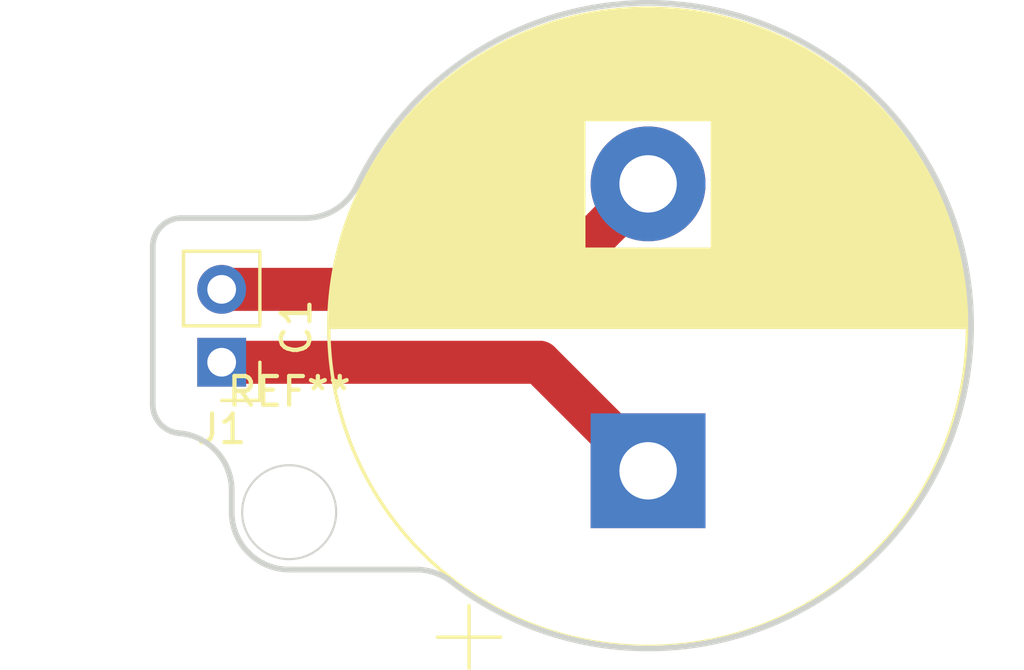
<source format=kicad_pcb>
(kicad_pcb (version 20211014) (generator pcbnew)
  (layers (0 "F.Cu" signal) (31 "B.Cu" signal) (34 "B.Paste" user) (35 "F.Paste" user) (36 "B.SilkS" user "B.Silkscreen") (37 "F.SilkS" user "F.Silkscreen") (38 "B.Mask" user) (39 "F.Mask" user) (44 "Edge.Cuts" user))
  (net 0 "")
  (net 1 "Net-(C1-Pad1)")
  (net 2 "Net-(C1-Pad2)")
  (footprint "Connector_PinHeader_2.54mm:PinHeader_1x02_P2.54mm_Vertical" (layer "F.Cu") (at 162.4 121.275 180)
    (fp_text reference "J1" (at 0 -2.33) (layer "F.SilkS"))
    (fp_text value "Conn_01x02_Female")
    (fp_line (start -1.33 3.87) (end 1.33 3.87) (layer "F.SilkS") (width 0.12))
    (fp_line (start 1.33 1.27) (end 1.33 3.87) (layer "F.SilkS") (width 0.12))
    (fp_line (start -1.33 -1.33) (end 0 -1.33) (layer "F.SilkS") (width 0.12))
    (fp_line (start -1.33 1.27) (end -1.33 3.87) (layer "F.SilkS") (width 0.12))
    (fp_line (start -1.33 1.27) (end 1.33 1.27) (layer "F.SilkS") (width 0.12))
    (fp_line (start -1.33 0) (end -1.33 -1.33) (layer "F.SilkS") (width 0.12))
    (pad "1" thru_hole rect (at 0 0 180) (size 1.7 1.7) (drill 1) (layers *.Cu *.Mask) (net 1 "Net-(C1-Pad1)"))
    (pad "2" thru_hole oval (at 0 2.54 180) (size 1.7 1.7) (drill 1) (layers *.Cu *.Mask) (net 2 "Net-(C1-Pad2)"))
  )
  (footprint "MountingHole:MountingHole_3.2mm_M3" (layer "F.Cu") (at 164.75 126.5)
    (fp_text reference "REF**" (at 0 -4.2) (layer "F.SilkS"))
    (fp_text value "MountingHole_3.2mm_M3")
    (pad "" np_thru_hole circle (at 0 0) (size 3.2 3.2) (drill 3.2) (layers *.Cu *.Mask))
  )
  (footprint "Capacitor_THT:CP_Radial_D22.0mm_P10.00mm_SnapIn" (layer "F.Cu") (at 177.25 125.057832 90)
    (fp_text reference "C1" (at 5 -12.25 90) (layer "F.SilkS"))
    (fp_text value "C")
    (fp_line (start 16.04 -1.292) (end 16.04 1.292) (layer "F.SilkS") (width 0.12))
    (fp_line (start 6.241 -11.011) (end 6.241 11.011) (layer "F.SilkS") (width 0.12))
    (fp_line (start 10.681 2.24) (end 10.681 9.52) (layer "F.SilkS") (width 0.12))
    (fp_line (start 6.201 -11.016) (end 6.201 11.016) (layer "F.SilkS") (width 0.12))
    (fp_line (start 11.801 2.24) (end 11.801 8.759) (layer "F.SilkS") (width 0.12))
    (fp_line (start 15.32 -4.102) (end 15.32 4.102) (layer "F.SilkS") (width 0.12))
    (fp_line (start 10.121 2.24) (end 10.121 9.832) (layer "F.SilkS") (width 0.12))
    (fp_line (start 10.881 2.24) (end 10.881 9.399) (layer "F.SilkS") (width 0.12))
    (fp_line (start 10.361 2.24) (end 10.361 9.703) (layer "F.SilkS") (width 0.12))
    (fp_line (start 7.921 -10.69) (end 7.921 -2.24) (layer "F.SilkS") (width 0.12))
    (fp_line (start 15.04 -4.741) (end 15.04 4.741) (layer "F.SilkS") (width 0.12))
    (fp_line (start 8.481 2.24) (end 8.481 10.522) (layer "F.SilkS") (width 0.12))
    (fp_line (start 8.281 2.24) (end 8.281 10.586) (layer "F.SilkS") (width 0.12))
    (fp_line (start 10.961 -9.348) (end 10.961 -2.24) (layer "F.SilkS") (width 0.12))
    (fp_line (start 8.001 2.24) (end 8.001 10.668) (layer "F.SilkS") (width 0.12))
    (fp_line (start 11.241 2.24) (end 11.241 9.165) (layer "F.SilkS") (width 0.12))
    (fp_line (start 8.881 2.24) (end 8.881 10.382) (layer "F.SilkS") (width 0.12))
    (fp_line (start 11.001 2.24) (end 11.001 9.323) (layer "F.SilkS") (width 0.12))
    (fp_line (start 8.801 2.24) (end 8.801 10.411) (layer "F.SilkS") (width 0.12))
    (fp_line (start 13.32 -7.338) (end 13.32 7.338) (layer "F.SilkS") (width 0.12))
    (fp_line (start 12.921 -7.766) (end 12.921 7.766) (layer "F.SilkS") (width 0.12))
    (fp_line (start 10.281 -9.747) (end 10.281 -2.24) (layer "F.SilkS") (width 0.12))
    (fp_line (start 14.68 -5.433) (end 14.68 5.433) (layer "F.SilkS") (width 0.12))
    (fp_line (start 15.16 -4.48) (end 15.16 4.48) (layer "F.SilkS") (width 0.12))
    (fp_line (start 11.401 2.24) (end 11.401 9.054) (layer "F.SilkS") (width 0.12))
    (fp_line (start 5.12 -11.08) (end 5.12 11.08) (layer "F.SilkS") (width 0.12))
    (fp_line (start 6.121 -11.024) (end 6.121 11.024) (layer "F.SilkS") (width 0.12))
    (fp_line (start 9.401 -10.173) (end 9.401 -2.24) (layer "F.SilkS") (width 0.12))
    (fp_line (start 14.96 -4.905) (end 14.96 4.905) (layer "F.SilkS") (width 0.12))
    (fp_line (start 5.64 -11.062) (end 5.64 11.062) (layer "F.SilkS") (width 0.12))
    (fp_line (start 12.401 -8.261) (end 12.401 8.261) (layer "F.SilkS") (width 0.12))
    (fp_line (start 14.04 -6.436) (end 14.04 6.436) (layer "F.SilkS") (width 0.12))
    (fp_line (start 5.36 -11.075) (end 5.36 11.075) (layer "F.SilkS") (width 0.12))
    (fp_line (start 7.561 -10.782) (end 7.561 10.782) (layer "F.SilkS") (width 0.12))
    (fp_line (start 9.801 -9.991) (end 9.801 -2.24) (layer "F.SilkS") (width 0.12))
    (fp_line (start 11.001 -9.323) (end 11.001 -2.24) (layer "F.SilkS") (width 0.12))
    (fp_line (start 6.961 -10.906) (end 6.961 10.906) (layer "F.SilkS") (width 0.12))
    (fp_line (start 8.121 -10.634) (end 8.121 -2.24) (layer "F.SilkS") (width 0.12))
    (fp_line (start 8.041 -10.657) (end 8.041 -2.24) (layer "F.SilkS") (width 0.12))
    (fp_line (start 13.081 -7.6) (end 13.081 7.6) (layer "F.SilkS") (width 0.12))
    (fp_line (start 10.561 -9.591) (end 10.561 -2.24) (layer "F.SilkS") (width 0.12))
    (fp_line (start 10.321 2.24) (end 10.321 9.725) (layer "F.SilkS") (width 0.12))
    (fp_line (start 8.721 2.24) (end 8.721 10.44) (layer "F.SilkS") (width 0.12))
    (fp_line (start 9.401 2.24) (end 9.401 10.173) (layer "F.SilkS") (width 0.12))
    (fp_line (start 6.001 -11.035) (end 6.001 11.035) (layer "F.SilkS") (width 0.12))
    (fp_line (start 13.24 -7.428) (end 13.24 7.428) (layer "F.SilkS") (width 0.12))
    (fp_line (start 10.281 2.24) (end 10.281 9.747) (layer "F.SilkS") (width 0.12))
    (fp_line (start 5.921 -11.042) (end 5.921 11.042) (layer "F.SilkS") (width 0.12))
    (fp_line (start 5.961 -11.039) (end 5.961 11.039) (layer "F.SilkS") (width 0.12))
    (fp_line (start 10.361 -9.703) (end 10.361 -2.24) (layer "F.SilkS") (width 0.12))
    (fp_line (start 10.761 -9.472) (end 10.761 -2.24) (layer "F.SilkS") (width 0.12))
    (fp_line (start 9.921 2.24) (end 9.921 9.933) (layer "F.SilkS") (width 0.12))
    (fp_line (start 9.121 -10.289) (end 9.121 -2.24) (layer "F.SilkS") (width 0.12))
    (fp_line (start 13.161 -7.515) (end 13.161 7.515) (layer "F.SilkS") (width 0.12))
    (fp_line (start 11.881 2.24) (end 11.881 8.697) (layer "F.SilkS") (width 0.12))
    (fp_line (start 11.881 -8.697) (end 11.881 -2.24) (layer "F.SilkS") (width 0.12))
    (fp_line (start 11.561 2.24) (end 11.561 8.939) (layer "F.SilkS") (width 0.12))
    (fp_line (start 14.88 -5.063) (end 14.88 5.063) (layer "F.SilkS") (width 0.12))
    (fp_line (start 15.68 -3.058) (end 15.68 3.058) (layer "F.SilkS") (width 0.12))
    (fp_line (start 10.441 -9.659) (end 10.441 -2.24) (layer "F.SilkS") (width 0.12))
    (fp_line (start 10.121 -9.832) (end 10.121 -2.24) (layer "F.SilkS") (width 0.12))
    (fp_line (start 9.121 2.24) (end 9.121 10.289) (layer "F.SilkS") (width 0.12))
    (fp_line (start 10.081 -9.852) (end 10.081 -2.24) (layer "F.SilkS") (width 0.12))
    (fp_line (start 7.961 2.24) (end 7.961 10.679) (layer "F.SilkS") (width 0.12))
    (fp_line (start 12.161 2.24) (end 12.161 8.469) (layer "F.SilkS") (width 0.12))
    (fp_line (start 11.521 -8.968) (end 11.521 -2.24) (layer "F.SilkS") (width 0.12))
    (fp_line (start 9.361 -10.19) (end 9.361 -2.24) (layer "F.SilkS") (width 0.12))
    (fp_line (start 11.681 -8.85) (end 11.681 -2.24) (layer "F.SilkS") (width 0.12))
    (fp_line (start 9.841 2.24) (end 9.841 9.972) (layer "F.SilkS") (width 0.12))
    (fp_line (start 11.721 2.24) (end 11.721 8.82) (layer "F.SilkS") (width 0.12))
    (fp_line (start 11.641 2.24) (end 11.641 8.88) (layer "F.SilkS") (width 0.12))
    (fp_line (start 9.881 2.24) (end 9.881 9.952) (layer "F.SilkS") (width 0.12))
    (fp_line (start 8.961 2.24) (end 8.961 10.351) (layer "F.SilkS") (width 0.12))
    (fp_line (start 16.12 -0.04) (end 16.12 0.04) (layer "F.SilkS") (width 0.12))
    (fp_line (start 12.801 -7.886) (end 12.801 7.886) (layer "F.SilkS") (width 0.12))
    (fp_line (start 11.401 -9.054) (end 11.401 -2.24) (layer "F.SilkS") (width 0.12))
    (fp_line (start 7.481 -10.8) (end 7.481 10.8) (layer "F.SilkS") (width 0.12))
    (fp_line (start 9.521 2.24) (end 9.521 10.12) (layer "F.SilkS") (width 0.12))
    (fp_line (start 8.201 -10.61) (end 8.201 -2.24) (layer "F.SilkS") (width 0.12))
    (fp_line (start 12.361 -8.296) (end 12.361 8.296) (layer "F.SilkS") (width 0.12))
    (fp_line (start 14.92 -4.985) (end 14.92 4.985) (layer "F.SilkS") (width 0.12))
    (fp_line (start 10.201 2.24) (end 10.201 9.79) (layer "F.SilkS") (width 0.12))
    (fp_line (start 6.841 -10.927) (end 6.841 10.927) (layer "F.SilkS") (width 0.12))
    (fp_line (start 15.28 -4.2) (end 15.28 4.2) (layer "F.SilkS") (width 0.12))
    (fp_line (start 11.121 -9.245) (end 11.121 -2.24) (layer "F.SilkS") (width 0.12))
    (fp_line (start 9.441 2.24) (end 9.441 10.156) (layer "F.SilkS") (width 0.12))
    (fp_line (start 8.121 2.24) (end 8.121 10.634) (layer "F.SilkS") (width 0.12))
    (fp_line (start 7.761 -10.733) (end 7.761 -2.24) (layer "F.SilkS") (width 0.12))
    (fp_line (start 8.961 -10.351) (end 8.961 -2.24) (layer "F.SilkS") (width 0.12))
    (fp_line (start 7.161 -10.869) (end 7.161 10.869) (layer "F.SilkS") (width 0.12))
    (fp_line (start 5.801 -11.052) (end 5.801 11.052) (layer "F.SilkS") (width 0.12))
    (fp_line (start 11.481 2.24) (end 11.481 8.997) (layer "F.SilkS") (width 0.12))
    (fp_line (start 11.601 -8.91) (end 11.601 -2.24) (layer "F.SilkS") (width 0.12))
    (fp_line (start 10.241 -9.768) (end 10.241 -2.24) (layer "F.SilkS") (width 0.12))
    (fp_line (start 9.641 2.24) (end 9.641 10.066) (layer "F.SilkS") (width 0.12))
    (fp_line (start 8.321 2.24) (end 8.321 10.573) (layer "F.SilkS") (width 0.12))
    (fp_line (start 7.401 -10.818) (end 7.401 10.818) (layer "F.SilkS") (width 0.12))
    (fp_line (start 13.2 -7.471) (end 13.2 7.471) (layer "F.SilkS") (width 0.12))
    (fp_line (start 5.24 -11.078) (end 5.24 11.078) (layer "F.SilkS") (width 0.12))
    (fp_line (start 12.481 -8.189) (end 12.481 8.189) (layer "F.SilkS") (width 0.12))
    (fp_line (start 13.68 -6.911) (end 13.68 6.911) (layer "F.SilkS") (width 0.12))
    (fp_line (start 11.081 2.24) (end 11.081 9.271) (layer "F.SilkS") (width 0.12))
    (fp_line (start 11.281 -9.137) (end 11.281 -2.24) (layer "F.SilkS") (width 0.12))
    (fp_line (start 13.48 -7.154) (end 13.48 7.154) (layer "F.SilkS") (width 0.12))
    (fp_line (start 11.761 2.24) (end 11.761 8.79) (layer "F.SilkS") (width 0.12))
    (fp_line (start 15.6 -3.321) (end 15.6 3.321) (layer "F.SilkS") (width 0.12))
    (fp_line (start 11.241 -9.165) (end 11.241 -2.24) (layer "F.SilkS") (width 0.12))
    (fp_line (start 15.24 -4.296) (end 15.24 4.296) (layer "F.SilkS") (width 0.12))
    (fp_line (start 13.72 -6.861) (end 13.72 6.861) (layer "F.SilkS") (width 0.12))
    (fp_line (start 9.601 2.24) (end 9.601 10.084) (layer "F.SilkS") (width 0.12))
    (fp_line (start 14.6 -5.572) (end 14.6 5.572) (layer "F.SilkS") (width 0.12))
    (fp_line (start 6.721 -10.947) (end 6.721 10.947) (layer "F.SilkS") (width 0.12))
    (fp_line (start 8.801 -10.411) (end 8.801 -2.24) (layer "F.SilkS") (width 0.12))
    (fp_line (start 14.08 -6.38) (end 14.08 6.38) (layer "F.SilkS") (width 0.12))
    (fp_line (start 9.601 -10.084) (end 9.601 -2.24) (layer "F.SilkS") (width 0.12))
    (fp_line (start 11.641 -8.88) (end 11.641 -2.24) (layer "F.SilkS") (width 0.12))
    (fp_line (start 14.44 -5.838) (end 14.44 5.838) (layer "F.SilkS") (width 0.12))
    (fp_line (start 10.481 2.24) (end 10.481 9.636) (layer "F.SilkS") (width 0.12))
    (fp_line (start 11.521 2.24) (end 11.521 8.968) (layer "F.SilkS") (width 0.12))
    (fp_line (start 7.841 2.24) (end 7.841 10.712) (layer "F.SilkS") (width 0.12))
    (fp_line (start 10.801 2.24) (end 10.801 9.448) (layer "F.SilkS") (width 0.12))
    (fp_line (start 6.481 -10.982) (end 6.481 10.982) (layer "F.SilkS") (width 0.12))
    (fp_line (start 11.041 2.24) (end 11.041 9.297) (layer "F.SilkS") (width 0.12))
    (fp_line (start 7.801 -10.722) (end 7.801 -2.24) (layer "F.SilkS") (width 0.12))
    (fp_line (start 10.001 2.24) (end 10.001 9.893) (layer "F.SilkS") (width 0.12))
    (fp_line (start 12.961 -7.725) (end 12.961 7.725) (layer "F.SilkS") (width 0.12))
    (fp_line (start 7.641 -10.763) (end 7.641 10.763) (layer "F.SilkS") (width 0.12))
    (fp_line (start 12.441 -8.225) (end 12.441 8.225) (layer "F.SilkS") (width 0.12))
    (fp_line (start 7.681 -10.753) (end 7.681 10.753) (layer "F.SilkS") (width 0.12))
    (fp_line (start 6.441 -10.987) (end 6.441 10.987) (layer "F.SilkS") (width 0.12))
    (fp_line (start 11.361 2.24) (end 11.361 9.082) (layer "F.SilkS") (width 0.12))
    (fp_line (start 6.321 -11.002) (end 6.321 11.002) (layer "F.SilkS") (width 0.12))
    (fp_line (start 10.081 2.24) (end 10.081 9.852) (layer "F.SilkS") (width 0.12))
    (fp_line (start 9.641 -10.066) (end 9.641 -2.24) (layer "F.SilkS") (width 0.12))
    (fp_line (start 14.24 -6.147) (end 14.24 6.147) (layer "F.SilkS") (width 0.12))
    (fp_line (start 15.2 -4.389) (end 15.2 4.389) (layer "F.SilkS") (width 0.12))
    (fp_line (start 15.36 -4.001) (end 15.36 4.001) (layer "F.SilkS") (width 0.12))
    (fp_line (start 14.84 -5.14) (end 14.84 5.14) (layer "F.SilkS") (width 0.12))
    (fp_line (start 9.081 2.24) (end 9.081 10.305) (layer "F.SilkS") (width 0.12))
    (fp_line (start 14.8 -5.215) (end 14.8 5.215) (layer "F.SilkS") (width 0.12))
    (fp_line (start 15.8 -2.609) (end 15.8 2.609) (layer "F.SilkS") (width 0.12))
    (fp_line (start 12.321 -8.331) (end 12.321 8.331) (layer "F.SilkS") (width 0.12))
    (fp_line (start 9.961 2.24) (end 9.961 9.913) (layer "F.SilkS") (width 0.12))
    (fp_line (start 10.881 -9.399) (end 10.881 -2.24) (layer "F.SilkS") (width 0.12))
    (fp_line (start -6.899337 -6.235) (end -4.699337 -6.235) (layer "F.SilkS") (width 0.12))
    (fp_line (start 15.92 -2.06) (end 15.92 2.06) (layer "F.SilkS") (width 0.12))
    (fp_line (start 5 -11.081) (end 5 11.081) (layer "F.SilkS") (width 0.12))
    (fp_line (start 6.561 -10.971) (end 6.561 10.971) (layer "F.SilkS") (width 0.12))
    (fp_line (start 10.041 2.24) (end 10.041 9.873) (layer "F.SilkS") (width 0.12))
    (fp_line (start 7.801 2.24) (end 7.801 10.722) (layer "F.SilkS") (width 0.12))
    (fp_line (start 9.441 -10.156) (end 9.441 -2.24) (layer "F.SilkS") (width 0.12))
    (fp_line (start 9.001 -10.336) (end 9.001 -2.24) (layer "F.SilkS") (width 0.12))
    (fp_line (start 5.56 -11.066) (end 5.56 11.066) (layer "F.SilkS") (width 0.12))
    (fp_line (start 15.08 -4.656) (end 15.08 4.656) (layer "F.SilkS") (width 0.12))
    (fp_line (start 10.641 -9.544) (end 10.641 -2.24) (layer "F.SilkS") (width 0.12))
    (fp_line (start 7.081 -10.884) (end 7.081 10.884) (layer "F.SilkS") (width 0.12))
    (fp_line (start 7.961 -10.679) (end 7.961 -2.24) (layer "F.SilkS") (width 0.12))
    (fp_line (start 7.321 -10.836) (end 7.321 10.836) (layer "F.SilkS") (width 0.12))
    (fp_line (start 6.281 -11.007) (end 6.281 11.007) (layer "F.SilkS") (width 0.12))
    (fp_line (start 10.401 -9.681) (end 10.401 -2.24) (layer "F.SilkS") (width 0.12))
    (fp_line (start 15.88 -2.258) (end 15.88 2.258) (layer "F.SilkS") (width 0.12))
    (fp_line (start 8.401 -10.548) (end 8.401 -2.24) (layer "F.SilkS") (width 0.12))
    (fp_line (start 7.201 -10.861) (end 7.201 10.861) (layer "F.SilkS") (width 0.12))
    (fp_line (start 6.601 -10.965) (end 6.601 10.965) (layer "F.SilkS") (width 0.12))
    (fp_line (start 8.281 -10.586) (end 8.281 -2.24) (layer "F.SilkS") (width 0.12))
    (fp_line (start 12.241 -8.401) (end 12.241 8.401) (layer "F.SilkS") (width 0.12))
    (fp_line (start 5.841 -11.049) (end 5.841 11.049) (layer "F.SilkS") (width 0.12))
    (fp_line (start 8.041 2.24) (end 8.041 10.657) (layer "F.SilkS") (width 0.12))
    (fp_line (start 8.481 -10.522) (end 8.481 -2.24) (layer "F.SilkS") (width 0.12))
    (fp_line (start 9.481 -10.138) (end 9.481 -2.24) (layer "F.SilkS") (width 0.12))
    (fp_line (start 14.2 -6.207) (end 14.2 6.207) (layer "F.SilkS") (width 0.12))
    (fp_line (start 9.241 -10.24) (end 9.241 -2.24) (layer "F.SilkS") (width 0.12))
    (fp_line (start 8.681 2.24) (end 8.681 10.454) (layer "F.SilkS") (width 0.12))
    (fp_line (start 10.481 -9.636) (end 10.481 -2.24) (layer "F.SilkS") (width 0.12))
    (fp_line (start 11.441 2.24) (end 11.441 9.026) (layer "F.SilkS") (width 0.12))
    (fp_line (start 13.4 -7.247) (end 13.4 7.247) (layer "F.SilkS") (width 0.12))
    (fp_line (start 5.721 -11.057) (end 5.721 11.057) (layer "F.SilkS") (width 0.12))
    (fp_line (start 16.08 -0.903) (end 16.08 0.903) (layer "F.SilkS") (width 0.12))
    (fp_line (start 14.52 -5.707) (end 14.52 5.707) (layer "F.SilkS") (width 0.12))
    (fp_line (start 8.441 -10.535) (end 8.441 -2.24) (layer "F.SilkS") (width 0.12))
    (fp_line (start 10.921 2.24) (end 10.921 9.374) (layer "F.SilkS") (width 0.12))
    (fp_line (start 10.161 -9.811) (end 10.161 -2.24) (layer "F.SilkS") (width 0.12))
    (fp_line (start 11.561 -8.939) (end 11.561 -2.24) (layer "F.SilkS") (width 0.12))
    (fp_line (start 9.321 2.24) (end 9.321 10.207) (layer "F.SilkS") (width 0.12))
    (fp_line (start 7.001 -10.899) (end 7.001 10.899) (layer "F.SilkS") (width 0.12))
    (fp_line (start 12.281 -8.366) (end 12.281 8.366) (layer "F.SilkS") (width 0.12))
    (fp_line (start 11.281 2.24) (end 11.281 9.137) (layer "F.SilkS") (width 0.12))
    (fp_line (start 5.761 -11.054) (end 5.761 11.054) (layer "F.SilkS") (width 0.12))
    (fp_line (start 11.601 2.24) (end 11.601 8.91) (layer "F.SilkS") (width 0.12))
    (fp_line (start 8.601 -10.482) (end 8.601 -2.24) (layer "F.SilkS") (width 0.12))
    (fp_line (start 8.161 -10.622) (end 8.161 -2.24) (layer "F.SilkS") (width 0.12))
    (fp_line (start 10.401 2.24) (end 10.401 9.681) (layer "F.SilkS") (width 0.12))
    (fp_line (start 5.6 -11.064) (end 5.6 11.064) (layer "F.SilkS") (width 0.12))
    (fp_line (start 9.561 -10.103) (end 9.561 -2.24) (layer "F.SilkS") (width 0.12))
    (fp_line (start 8.841 -10.396) (end 8.841 -2.24) (layer "F.SilkS") (width 0.12))
    (fp_line (start 7.601 -10.772) (end 7.601 10.772) (layer "F.SilkS") (width 0.12))
    (fp_line (start 12.041 2.24) (end 12.041 8.568) (layer "F.SilkS") (width 0.12))
    (fp_line (start 7.881 2.24) (end 7.881 10.701) (layer "F.SilkS") (width 0.12))
    (fp_line (start 5.16 -11.079) (end 5.16 11.079) (layer "F.SilkS") (width 0.12))
    (fp_line (start 8.921 2.24) (end 8.921 10.367) (layer "F.SilkS") (width 0.12))
    (fp_line (start 13.8 -6.759) (end 13.8 6.759) (layer "F.SilkS") (width 0.12))
    (fp_line (start 8.521 2.24) (end 8.521 10.509) (layer "F.SilkS") (width 0.12))
    (fp_line (start 9.521 -10.12) (end 9.521 -2.24) (layer "F.SilkS") (width 0.12))
    (fp_line (start 14.28 -6.087) (end 14.28 6.087) (layer "F.SilkS") (width 0.12))
    (fp_line (start 12.161 -8.469) (end 12.161 -2.24) (layer "F.SilkS") (width 0.12))
    (fp_line (start 11.161 2.24) (end 11.161 9.218) (layer "F.SilkS") (width 0.12))
    (fp_line (start 12.521 -8.152) (end 12.521 8.152) (layer "F.SilkS") (width 0.12))
    (fp_line (start 14.32 -6.026) (end 14.32 6.026) (layer "F.SilkS") (width 0.12))
    (fp_line (start 8.881 -10.382) (end 8.881 -2.24) (layer "F.SilkS") (width 0.12))
    (fp_line (start 12.001 2.24) (end 12.001 8.601) (layer "F.SilkS") (width 0.12))
    (fp_line (start 8.721 -10.44) (end 8.721 -2.24) (layer "F.SilkS") (width 0.12))
    (fp_line (start 8.161 2.24) (end 8.161 10.622) (layer "F.SilkS") (width 0.12))
    (fp_line (start 15.12 -4.569) (end 15.12 4.569) (layer "F.SilkS") (width 0.12))
    (fp_line (start 11.321 2.24) (end 11.321 9.11) (layer "F.SilkS") (width 0.12))
    (fp_line (start 5.04 -11.08) (end 5.04 11.08) (layer "F.SilkS") (width 0.12))
    (fp_line (start 9.161 -10.273) (end 9.161 -2.24) (layer "F.SilkS") (width 0.12))
    (fp_line (start 8.441 2.24) (end 8.441 10.535) (layer "F.SilkS") (width 0.12))
    (fp_line (start 9.801 2.24) (end 9.801 9.991) (layer "F.SilkS") (width 0.12))
    (fp_line (start 14.16 -6.265) (end 14.16 6.265) (layer "F.SilkS") (width 0.12))
    (fp_line (start 7.761 2.24) (end 7.761 10.733) (layer "F.SilkS") (width 0.12))
    (fp_line (start 12.881 -7.807) (end 12.881 7.807) (layer "F.SilkS") (width 0.12))
    (fp_line (start 13.36 -7.293) (end 13.36 7.293) (layer "F.SilkS") (width 0.12))
    (fp_line (start 7.841 -10.712) (end 7.841 -2.24) (layer "F.SilkS") (width 0.12))
    (fp_line (start 7.881 -10.701) (end 7.881 -2.24) (layer "F.SilkS") (width 0.12))
    (fp_line (start 14.72 -5.362) (end 14.72 5.362) (layer "F.SilkS") (width 0.12))
    (fp_line (start 15.52 -3.564) (end 15.52 3.564) (layer "F.SilkS") (width 0.12))
    (fp_line (start 9.281 2.24) (end 9.281 10.224) (layer "F.SilkS") (width 0.12))
    (fp_line (start 15.72 -2.916) (end 15.72 2.916) (layer "F.SilkS") (width 0.12))
    (fp_line (start 13.56 -7.058) (end 13.56 7.058) (layer "F.SilkS") (width 0.12))
    (fp_line (start 14.48 -5.773) (end 14.48 5.773) (layer "F.SilkS") (width 0.12))
    (fp_line (start 11.121 2.24) (end 11.121 9.245) (layer "F.SilkS") (width 0.12))
    (fp_line (start 11.441 -9.026) (end 11.441 -2.24) (layer "F.SilkS") (width 0.12))
    (fp_line (start 7.921 2.24) (end 7.921 10.69) (layer "F.SilkS") (width 0.12))
    (fp_line (start 7.281 -10.844) (end 7.281 10.844) (layer "F.SilkS") (width 0.12))
    (fp_line (start 15.56 -3.445) (end 15.56 3.445) (layer "F.SilkS") (width 0.12))
    (fp_line (start 11.081 -9.271) (end 11.081 -2.24) (layer "F.SilkS") (width 0.12))
    (fp_line (start 9.761 -10.01) (end 9.761 -2.24) (layer "F.SilkS") (width 0.12))
    (fp_line (start 12.721 -7.964) (end 12.721 7.964) (layer "F.SilkS") (width 0.12))
    (fp_line (start 14.56 -5.64) (end 14.56 5.64) (layer "F.SilkS") (width 0.12))
    (fp_line (start 10.201 -9.79) (end 10.201 -2.24) (layer "F.SilkS") (width 0.12))
    (fp_line (start 15.4 -3.897) (end 15.4 3.897) (layer "F.SilkS") (width 0.12))
    (fp_line (start 15.76 -2.767) (end 15.76 2.767) (layer "F.SilkS") (width 0.12))
    (fp_line (start 12.121 2.24) (end 12.121 8.502) (layer "F.SilkS") (width 0.12))
    (fp_line (start 10.961 2.24) (end 10.961 9.348) (layer "F.SilkS") (width 0.12))
    (fp_line (start 5.52 -11.068) (end 5.52 11.068) (layer "F.SilkS") (width 0.12))
    (fp_line (start 9.041 2.24) (end 9.041 10.321) (layer "F.SilkS") (width 0.12))
    (fp_line (start 12.641 -8.04) (end 12.641 8.04) (layer "F.SilkS") (width 0.12))
    (fp_line (start 13.92 -6.6) (end 13.92 6.6) (layer "F.SilkS") (width 0.12))
    (fp_line (start 11.961 2.24) (end 11.961 8.633) (layer "F.SilkS") (width 0.12))
    (fp_line (start 12.201 2.24) (end 12.201 8.435) (layer "F.SilkS") (width 0.12))
    (fp_line (start 11.961 -8.633) (end 11.961 -2.24) (layer "F.SilkS") (width 0.12))
    (fp_line (start 10.721 2.24) (end 10.721 9.497) (layer "F.SilkS") (width 0.12))
    (fp_line (start 8.081 -10.645) (end 8.081 -2.24) (layer "F.SilkS") (width 0.12))
    (fp_line (start 9.201 -10.257) (end 9.201 -2.24) (layer "F.SilkS") (width 0.12))
    (fp_line (start 15.44 -3.789) (end 15.44 3.789) (layer "F.SilkS") (width 0.12))
    (fp_line (start 10.041 -9.873) (end 10.041 -2.24) (layer "F.SilkS") (width 0.12))
    (fp_line (start 11.321 -9.11) (end 11.321 -2.24) (layer "F.SilkS") (width 0.12))
    (fp_line (start 6.921 -10.913) (end 6.921 10.913) (layer "F.SilkS") (width 0.12))
    (fp_line (start 15.84 -2.44) (end 15.84 2.44) (layer "F.SilkS") (width 0.12))
    (fp_line (start 10.241 2.24) (end 10.241 9.768) (layer "F.SilkS") (width 0.12))
    (fp_line (start 8.921 -10.367) (end 8.921 -2.24) (layer "F.SilkS") (width 0.12))
    (fp_line (start 5.44 -11.072) (end 5.44 11.072) (layer "F.SilkS") (width 0.12))
    (fp_line (start 10.521 -9.614) (end 10.521 -2.24) (layer "F.SilkS") (width 0.12))
    (fp_line (start 8.641 2.24) (end 8.641 10.468) (layer "F.SilkS") (width 0.12))
    (fp_line (start 6.761 -10.94) (end 6.761 10.94) (layer "F.SilkS") (width 0.12))
    (fp_line (start 11.201 -9.192) (end 11.201 -2.24) (layer "F.SilkS") (width 0.12))
    (fp_line (start 8.761 -10.426) (end 8.761 -2.24) (layer "F.SilkS") (width 0.12))
    (fp_line (start 8.361 -10.561) (end 8.361 -2.24) (layer "F.SilkS") (width 0.12))
    (fp_line (start 14.64 -5.503) (end 14.64 5.503) (layer "F.SilkS") (width 0.12))
    (fp_line (start 10.841 2.24) (end 10.841 9.424) (layer "F.SilkS") (width 0.12))
    (fp_line (start 9.481 2.24) (end 9.481 10.138) (layer "F.SilkS") (width 0.12))
    (fp_line (start 11.361 -9.082) (end 11.361 -2.24) (layer "F.SilkS") (width 0.12))
    (fp_line (start 7.441 -10.809) (end 7.441 10.809) (layer "F.SilkS") (width 0.12))
    (fp_line (start 11.481 -8.997) (end 11.481 -2.24) (layer "F.SilkS") (width 0.12))
    (fp_line (start 9.961 -9.913) (end 9.961 -2.24) (layer "F.SilkS") (width 0.12))
    (fp_line (start 10.601 2.24) (end 10.601 9.567) (layer "F.SilkS") (width 0.12))
    (fp_line (start 9.721 2.24) (end 9.721 10.029) (layer "F.SilkS") (width 0.12))
    (fp_line (start 6.521 -10.976) (end 6.521 10.976) (layer "F.SilkS") (width 0.12))
    (fp_line (start 11.761 -8.79) (end 11.761 -2.24) (layer "F.SilkS") (width 0.12))
    (fp_line (start 9.681 -10.048) (end 9.681 -2.24) (layer "F.SilkS") (width 0.12))
    (fp_line (start 8.361 2.24) (end 8.361 10.561) (layer "F.SilkS") (width 0.12))
    (fp_line (start 8.761 2.24) (end 8.761 10.426) (layer "F.SilkS") (width 0.12))
    (fp_line (start 8.641 -10.468) (end 8.641 -2.24) (layer "F.SilkS") (width 0.12))
    (fp_line (start 13.001 -7.684) (end 13.001 7.684) (layer "F.SilkS") (width 0.12))
    (fp_line (start 14 -6.492) (end 14 6.492) (layer "F.SilkS") (width 0.12))
    (fp_line (start 7.721 -10.743) (end 7.721 10.743) (layer "F.SilkS") (width 0.12))
    (fp_line (start 6.681 -10.953) (end 6.681 10.953) (layer "F.SilkS") (width 0.12))
    (fp_line (start 13.121 -7.558) (end 13.121 7.558) (layer "F.SilkS") (width 0.12))
    (fp_line (start 10.801 -9.448) (end 10.801 -2.24) (layer "F.SilkS") (width 0.12))
    (fp_line (start 12.841 -7.846) (end 12.841 7.846) (layer "F.SilkS") (width 0.12))
    (fp_line (start 9.081 -10.305) (end 9.081 -2.24) (layer "F.SilkS") (width 0.12))
    (fp_line (start 10.641 2.24) (end 10.641 9.544) (layer "F.SilkS") (width 0.12))
    (fp_line (start 10.721 -9.497) (end 10.721 -2.24) (layer "F.SilkS") (width 0.12))
    (fp_line (start 7.121 -10.877) (end 7.121 10.877) (layer "F.SilkS") (width 0.12))
    (fp_line (start 13.041 -7.642) (end 13.041 7.642) (layer "F.SilkS") (width 0.12))
    (fp_line (start 9.041 -10.321) (end 9.041 -2.24) (layer "F.SilkS") (width 0.12))
    (fp_line (start 12.681 -8.002) (end 12.681 8.002) (layer "F.SilkS") (width 0.12))
    (fp_line (start 6.401 -10.992) (end 6.401 10.992) (layer "F.SilkS") (width 0.12))
    (fp_line (start 12.561 -8.115) (end 12.561 8.115) (layer "F.SilkS") (width 0.12))
    (fp_line (start 6.361 -10.997) (end 6.361 10.997) (layer "F.SilkS") (width 0.12))
    (fp_line (start 5.881 -11.046) (end 5.881 11.046) (layer "F.SilkS") (width 0.12))
    (fp_line (start 9.201 2.24) (end 9.201 10.257) (layer "F.SilkS") (width 0.12))
    (fp_line (start 10.921 -9.374) (end 10.921 -2.24) (layer "F.SilkS") (width 0.12))
    (fp_line (start 9.241 2.24) (end 9.241 10.24) (layer "F.SilkS") (width 0.12))
    (fp_line (start 7.241 -10.853) (end 7.241 10.853) (layer "F.SilkS") (width 0.12))
    (fp_line (start 9.321 -10.207) (end 9.321 -2.24) (layer "F.SilkS") (width 0.12))
    (fp_line (start 6.801 -10.934) (end 6.801 10.934) (layer "F.SilkS") (width 0.12))
    (fp_line (start 8.601 2.24) (end 8.601 10.482) (layer "F.SilkS") (width 0.12))
    (fp_line (start 6.881 -10.92) (end 6.881 10.92) (layer "F.SilkS") (width 0.12))
    (fp_line (start 6.641 -10.959) (end 6.641 10.959) (layer "F.SilkS") (width 0.12))
    (fp_line (start 8.841 2.24) (end 8.841 10.396) (layer "F.SilkS") (width 0.12))
    (fp_line (start 9.841 -9.972) (end 9.841 -2.24) (layer "F.SilkS") (width 0.12))
    (fp_line (start 13.44 -7.201) (end 13.44 7.201) (layer "F.SilkS") (width 0.12))
    (fp_line (start 5.08 -11.08) (end 5.08 11.08) (layer "F.SilkS") (width 0.12))
    (fp_line (start 8.561 -10.495) (end 8.561 -2.24) (layer "F.SilkS") (width 0.12))
    (fp_line (start 11.201 2.24) (end 11.201 9.192) (layer "F.SilkS") (width 0.12))
    (fp_line (start 13.52 -7.106) (end 13.52 7.106) (layer "F.SilkS") (width 0.12))
    (fp_line (start 10.001 -9.893) (end 10.001 -2.24) (layer "F.SilkS") (width 0.12))
    (fp_line (start -5.799337 -7.335) (end -5.799337 -5.135) (layer "F.SilkS") (width 0.12))
    (fp_line (start 9.921 -9.933) (end 9.921 -2.24) (layer "F.SilkS") (width 0.12))
    (fp_line (start 10.841 -9.424) (end 10.841 -2.24) (layer "F.SilkS") (width 0.12))
    (fp_line (start 12.001 -8.601) (end 12.001 -2.24) (layer "F.SilkS") (width 0.12))
    (fp_line (start 13.64 -6.961) (end 13.64 6.961) (layer "F.SilkS") (width 0.12))
    (fp_line (start 9.161 2.24) (end 9.161 10.273) (layer "F.SilkS") (width 0.12))
    (fp_line (start 9.361 2.24) (end 9.361 10.19) (layer "F.SilkS") (width 0.12))
    (fp_line (start 11.161 -9.218) (end 11.161 -2.24) (layer "F.SilkS") (width 0.12))
    (fp_line (start 7.361 -10.827) (end 7.361 10.827) (layer "F.SilkS") (width 0.12))
    (fp_line (start 8.521 -10.509) (end 8.521 -2.24) (layer "F.SilkS") (width 0.12))
    (fp_line (start 14.4 -5.901) (end 14.4 5.901) (layer "F.SilkS") (width 0.12))
    (fp_line (start 5.32 -11.076) (end 5.32 11.076) (layer "F.SilkS") (width 0.12))
    (fp_line (start 8.401 2.24) (end 8.401 10.548) (layer "F.SilkS") (width 0.12))
    (fp_line (start 9.881 -9.952) (end 9.881 -2.24) (layer "F.SilkS") (width 0.12))
    (fp_line (start 8.241 2.24) (end 8.241 10.598) (layer "F.SilkS") (width 0.12))
    (fp_line (start 14.12 -6.323) (end 14.12 6.323) (layer "F.SilkS") (width 0.12))
    (fp_line (start 8.001 -10.668) (end 8.001 -2.24) (layer "F.SilkS") (width 0.12))
    (fp_line (start 11.841 -8.728) (end 11.841 -2.24) (layer "F.SilkS") (width 0.12))
    (fp_line (start 9.761 2.24) (end 9.761 10.01) (layer "F.SilkS") (width 0.12))
    (fp_line (start 13.84 -6.707) (end 13.84 6.707) (layer "F.SilkS") (width 0.12))
    (fp_line (start 8.201 2.24) (end 8.201 10.61) (layer "F.SilkS") (width 0.12))
    (fp_line (start 15.48 -3.679) (end 15.48 3.679) (layer "F.SilkS") (width 0.12))
    (fp_line (start 13.6 -7.01) (end 13.6 7.01) (layer "F.SilkS") (width 0.12))
    (fp_line (start 13.96 -6.546) (end 13.96 6.546) (layer "F.SilkS") (width 0.12))
    (fp_line (start 8.321 -10.573) (end 8.321 -2.24) (layer "F.SilkS") (width 0.12))
    (fp_line (start 8.081 2.24) (end 8.081 10.645) (layer "F.SilkS") (width 0.12))
    (fp_line (start 6.161 -11.02) (end 6.161 11.02) (layer "F.SilkS") (width 0.12))
    (fp_line (start 5.2 -11.079) (end 5.2 11.079) (layer "F.SilkS") (width 0.12))
    (fp_line (start 15 -4.824) (end 15 4.824) (layer "F.SilkS") (width 0.12))
    (fp_line (start 12.121 -8.502) (end 12.121 -2.24) (layer "F.SilkS") (width 0.12))
    (fp_line (start 11.681 2.24) (end 11.681 8.85) (layer "F.SilkS") (width 0.12))
    (fp_line (start 12.601 -8.078) (end 12.601 8.078) (layer "F.SilkS") (width 0.12))
    (fp_line (start 8.241 -10.598) (end 8.241 -2.24) (layer "F.SilkS") (width 0.12))
    (fp_line (start 12.201 -8.435) (end 12.201 -2.24) (layer "F.SilkS") (width 0.12))
    (fp_line (start 14.76 -5.289) (end 14.76 5.289) (layer "F.SilkS") (width 0.12))
    (fp_line (start 8.561 2.24) (end 8.561 10.495) (layer "F.SilkS") (width 0.12))
    (fp_line (start 13.76 -6.81) (end 13.76 6.81) (layer "F.SilkS") (width 0.12))
    (fp_line (start 10.681 -9.52) (end 10.681 -2.24) (layer "F.SilkS") (width 0.12))
    (fp_line (start 12.081 2.24) (end 12.081 8.535) (layer "F.SilkS") (width 0.12))
    (fp_line (start 11.801 -8.759) (end 11.801 -2.24) (layer "F.SilkS") (width 0.12))
    (fp_line (start 11.841 2.24) (end 11.841 8.728) (layer "F.SilkS") (width 0.12))
    (fp_line (start 16 -1.59) (end 16 1.59) (layer "F.SilkS") (width 0.12))
    (fp_line (start 10.161 2.24) (end 10.161 9.811) (layer "F.SilkS") (width 0.12))
    (fp_line (start 9.561 2.24) (end 9.561 10.103) (layer "F.SilkS") (width 0.12))
    (fp_line (start 10.521 2.24) (end 10.521 9.614) (layer "F.SilkS") (width 0.12))
    (fp_line (start 7.041 -10.892) (end 7.041 10.892) (layer "F.SilkS") (width 0.12))
    (fp_line (start 5.4 -11.073) (end 5.4 11.073) (layer "F.SilkS") (width 0.12))
    (fp_line (start 5.68 -11.06) (end 5.68 11.06) (layer "F.SilkS") (width 0.12))
    (fp_line (start 10.441 2.24) (end 10.441 9.659) (layer "F.SilkS") (width 0.12))
    (fp_line (start 11.041 -9.297) (end 11.041 -2.24) (layer "F.SilkS") (width 0.12))
    (fp_line (start 9.281 -10.224) (end 9.281 -2.24) (layer "F.SilkS") (width 0.12))
    (fp_line (start 15.96 -1.84) (end 15.96 1.84) (layer "F.SilkS") (width 0.12))
    (fp_line (start 5.48 -11.07) (end 5.48 11.07) (layer "F.SilkS") (width 0.12))
    (fp_line (start 12.761 -7.925) (end 12.761 7.925) (layer "F.SilkS") (width 0.12))
    (fp_line (start 11.921 -8.665) (end 11.921 -2.24) (layer "F.SilkS") (width 0.12))
    (fp_line (start 12.041 -8.568) (end 12.041 -2.24) (layer "F.SilkS") (width 0.12))
    (fp_line (start 13.88 -6.654) (end 13.88 6.654) (layer "F.SilkS") (width 0.12))
    (fp_line (start 11.721 -8.82) (end 11.721 -2.24) (layer "F.SilkS") (width 0.12))
    (fp_line (start 9.001 2.24) (end 9.001 10.336) (layer "F.SilkS") (width 0.12))
    (fp_line (start 9.681 2.24) (end 9.681 10.048) (layer "F.SilkS") (width 0.12))
    (fp_line (start 9.721 -10.029) (end 9.721 -2.24) (layer "F.SilkS") (width 0.12))
    (fp_line (start 7.521 -10.791) (end 7.521 10.791) (layer "F.SilkS") (width 0.12))
    (fp_line (start 10.761 2.24) (end 10.761 9.472) (layer "F.SilkS") (width 0.12))
    (fp_line (start 13.28 -7.383) (end 13.28 7.383) (layer "F.SilkS") (width 0.12))
    (fp_line (start 6.081 -11.028) (end 6.081 11.028) (layer "F.SilkS") (width 0.12))
    (fp_line (start 10.601 -9.567) (end 10.601 -2.24) (layer "F.SilkS") (width 0.12))
    (fp_line (start 10.561 2.24) (end 10.561 9.591) (layer "F.SilkS") (width 0.12))
    (fp_line (start 12.081 -8.535) (end 12.081 -2.24) (layer "F.SilkS") (width 0.12))
    (fp_line (start 5.28 -11.077) (end 5.28 11.077) (layer "F.SilkS") (width 0.12))
    (fp_line (start 8.681 -10.454) (end 8.681 -2.24) (layer "F.SilkS") (width 0.12))
    (fp_line (start 10.321 -9.725) (end 10.321 -2.24) (layer "F.SilkS") (width 0.12))
    (fp_line (start 11.921 2.24) (end 11.921 8.665) (layer "F.SilkS") (width 0.12))
    (fp_line (start 15.64 -3.192) (end 15.64 3.192) (layer "F.SilkS") (width 0.12))
    (fp_line (start 14.36 -5.964) (end 14.36 5.964) (layer "F.SilkS") (width 0.12))
    (fp_line (start 6.041 -11.032) (end 6.041 11.032) (layer "F.SilkS") (width 0.12))
    (fp_circle (center 5 0) (end 16.12 0) (layer "F.SilkS") (width 0.12) (fill none))
    (pad "1" thru_hole rect (at 0 0 90) (size 4 4) (drill 2) (layers *.Cu *.Mask) (net 1 "Net-(C1-Pad1)"))
    (pad "2" thru_hole circle (at 10 0 90) (size 4 4) (drill 2) (layers *.Cu *.Mask) (net 2 "Net-(C1-Pad2)"))
  )
  (gr_arc (start 160.916667 123.746522) (mid 160.26402 123.427003) (end 160 122.75) (layer "Edge.Cuts") (width 0.2))
  (gr_arc (start 167.114526 115.117925) (mid 166.376654 115.943495) (end 165.312664 116.25) (layer "Edge.Cuts") (width 0.2))
  (gr_line (start 165.312664 116.25) (end 161 116.25) (layer "Edge.Cuts") (width 0.2))
  (gr_arc (start 160 117.25) (mid 160.292893 116.542893) (end 161 116.25) (layer "Edge.Cuts") (width 0.2))
  (gr_arc (start 164.75 128.5) (mid 163.335786 127.914214) (end 162.75 126.5) (layer "Edge.Cuts") (width 0.2))
  (gr_circle (center 164.75 126.5) (end 166.325 126.5) (layer "Edge.Cuts") (width 0.2) (fill none))
  (gr_line (start 164.75 128.5) (end 169.168385 128.5) (layer "Edge.Cuts") (width 0.2))
  (gr_arc (start 167.114526 115.117925) (mid 188.196089 117.402765) (end 170.388252 128.915094) (layer "Edge.Cuts") (width 0.2))
  (gr_line (start 162.75 125.739565) (end 162.75 126.5) (layer "Edge.Cuts") (width 0.2))
  (gr_line (start 160 117.25) (end 160 122.75) (layer "Edge.Cuts") (width 0.2))
  (gr_arc (start 160.916667 123.746522) (mid 162.22196 124.385559) (end 162.75 125.739565) (layer "Edge.Cuts") (width 0.2))
  (gr_arc (start 169.168385 128.5) (mid 169.812663 128.606615) (end 170.388252 128.915094) (layer "Edge.Cuts") (width 0.2))
  (segment (start 173.467168 121.275) (end 177.25 125.057832) (width 1.5) (layer "F.Cu") (net 1))
  (segment (start 162.4 121.275) (end 173.467168 121.275) (width 1.5) (layer "F.Cu") (net 1))
  (segment (start 162.4 118.735) (end 173.572832 118.735) (width 1.5) (layer "F.Cu") (net 2))
  (segment (start 173.572832 118.735) (end 177.25 115.057832) (width 1.5) (layer "F.Cu") (net 2))
)
</source>
